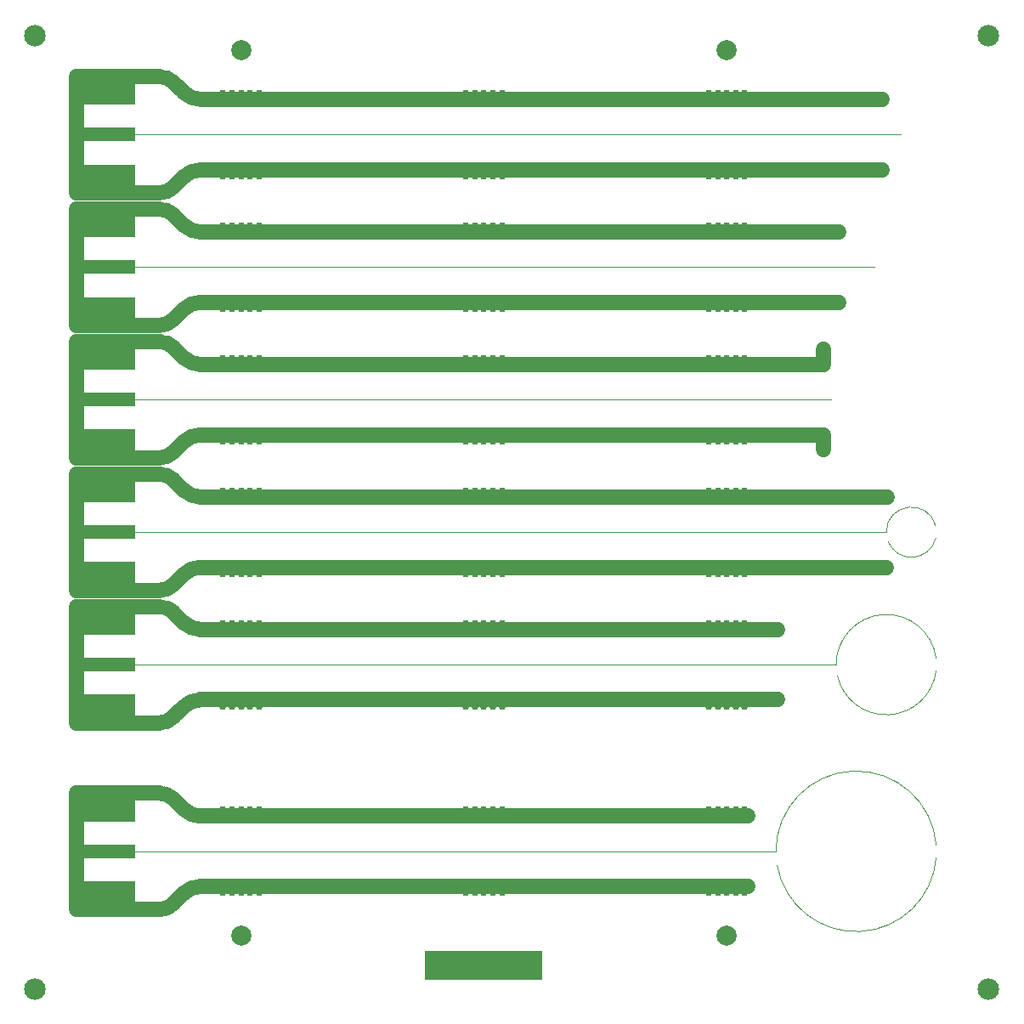
<source format=gts>
%TF.GenerationSoftware,Altium Limited,Altium Designer,24.7.2 (38)*%
G04 Layer_Color=8388736*
%FSLAX45Y45*%
%MOMM*%
%TF.SameCoordinates,9240EED7-9CEB-46DE-ACC5-CDE2BC50BDCE*%
%TF.FilePolarity,Negative*%
%TF.FileFunction,Soldermask,Top*%
%TF.Part,Single*%
G01*
G75*
%TA.AperFunction,NonConductor*%
%ADD19C,0.12443*%
%ADD20C,1.50000*%
%ADD21R,11.80000X2.90000*%
%TA.AperFunction,SMDPad,CuDef*%
%ADD22C,2.00000*%
%TA.AperFunction,ConnectorPad*%
%ADD23R,5.65000X2.65000*%
%ADD24R,5.65000X1.35000*%
%TA.AperFunction,WasherPad*%
%ADD25C,2.15000*%
%ADD26C,0.75000*%
D19*
X9222729Y4859858D02*
G03*
X8730001Y4799999I-242728J-59859D01*
G01*
X9227666Y1681076D02*
G03*
X7630001Y1620004I-797665J-61077D01*
G01*
X8242816Y3367522D02*
G03*
X9226294Y3419229I487185J112476D01*
G01*
X8748204Y4706347D02*
G03*
X9222593Y4739590I231796J93652D01*
G01*
X7642155Y1481080D02*
G03*
X9227760Y1560168I787846J138918D01*
G01*
X9226277Y3540900D02*
G03*
X8230000Y3480000I-496277J-60903D01*
G01*
X1210001Y3479997D02*
X8230001D01*
X1210002Y4799999D02*
X8730001D01*
X1210000Y1619999D02*
X7630001D01*
X1209999Y6119998D02*
X8180000Y6120000D01*
X1210000Y7439999D02*
X8610000Y7440000D01*
X1210001Y8760001D02*
X8870000Y8760000D01*
X1210000Y3479996D02*
X1210000Y3479997D01*
X8230000D01*
D20*
X1484602Y1039998D02*
G03*
X1630383Y1100383I0J206165D01*
G01*
X1898579Y1269999D02*
G03*
X1730292Y1200292I0J-237994D01*
G01*
X1630383Y2139615D02*
G03*
X1484602Y2200000I-145781J-145781D01*
G01*
X1730291Y2039707D02*
G03*
X1898580Y1969999I168289J168289D01*
G01*
X1484603Y4219997D02*
G03*
X1630384Y4280382I0J206165D01*
G01*
X1898580Y4449998D02*
G03*
X1730293Y4380291I0J-237994D01*
G01*
X1630384Y5319614D02*
G03*
X1484603Y5379999I-145781J-145781D01*
G01*
X1730292Y5219706D02*
G03*
X1898581Y5149998I168289J168289D01*
G01*
X1484602Y5539998D02*
G03*
X1630383Y5600383I0J206165D01*
G01*
X1898579Y5769999D02*
G03*
X1730292Y5700292I0J-237994D01*
G01*
X1630383Y6639616D02*
G03*
X1484602Y6700000I-145781J-145781D01*
G01*
X1730291Y6539707D02*
G03*
X1898580Y6469999I168289J168289D01*
G01*
X1484604Y8179998D02*
G03*
X1630385Y8240383I0J206165D01*
G01*
X1898581Y8409999D02*
G03*
X1730294Y8340292I0J-237994D01*
G01*
X1730292Y7859708D02*
G03*
X1898581Y7790000I168289J168289D01*
G01*
X1630383Y7959617D02*
G03*
X1484602Y8020001I-145781J-145781D01*
G01*
X1630385Y9279617D02*
G03*
X1484604Y9340001I-145781J-145781D01*
G01*
X1725609Y9184393D02*
G03*
X1905209Y9110001I179600J179600D01*
G01*
X1898580Y7090000D02*
G03*
X1730292Y7020293I0J-237994D01*
G01*
X1484602Y6859999D02*
G03*
X1630383Y6920384I0J206165D01*
G01*
X1730291Y3899705D02*
G03*
X1898580Y3829998I168289J168289D01*
G01*
X1630383Y3999614D02*
G03*
X1484602Y4059998I-145781J-145781D01*
G01*
X1898579Y3129998D02*
G03*
X1730292Y3060291I0J-237994D01*
G01*
X1484602Y2899997D02*
G03*
X1630383Y2960381I0J206165D01*
G01*
X8105000Y5619998D02*
Y5769998D01*
X8105000Y6469999D02*
Y6620000D01*
X1898580Y6469999D02*
X8105000D01*
X660000Y1039999D02*
Y2200000D01*
X1630383Y1100383D02*
X1730292Y1200292D01*
X1898579Y1269998D02*
X7350000Y1269999D01*
X660000Y1039999D02*
X1484602Y1039998D01*
X660000Y2199999D02*
X1484602Y2200000D01*
X1630383Y2139615D02*
X1730291Y2039707D01*
X1898580Y1969999D02*
X7350000D01*
X660001Y4219998D02*
Y5379999D01*
X1630384Y4280382D02*
X1730293Y4380291D01*
X1898580Y4449997D02*
X8730000Y4449998D01*
X660001Y4219998D02*
X1484603Y4219997D01*
X660001Y5379998D02*
X1484603Y5379999D01*
X1630384Y5319614D02*
X1730292Y5219706D01*
X1898581Y5149998D02*
X8738547D01*
X660000Y5539999D02*
Y6700000D01*
X1630383Y5600383D02*
X1730292Y5700292D01*
X1898579Y5769999D02*
X8105000Y5769999D01*
X660000Y5539999D02*
X1484602Y5539998D01*
X660000Y6699999D02*
X1484602Y6700000D01*
X1630383Y6639616D02*
X1730291Y6539707D01*
X660002Y8179999D02*
X1484604Y8179998D01*
X1630385Y8240383D02*
X1730294Y8340292D01*
X1898581Y7790000D02*
X8260000D01*
X1630383Y7959617D02*
X1730292Y7859708D01*
X660001Y8020000D02*
X1484602Y8020001D01*
X1898581Y8409999D02*
X8690000D01*
X660002Y8179999D02*
Y9340000D01*
X1630385Y9279617D02*
X1725609Y9184393D01*
X1905209Y9110001D02*
X2060001Y9110000D01*
X8690000D01*
X660001Y6860000D02*
X1484602Y6859999D01*
X660002Y9340000D02*
X1484604Y9340001D01*
X1898580Y7090000D02*
X8260000Y7090000D01*
X1630383Y6920384D02*
X1730292Y7020293D01*
X660001Y6860000D02*
Y8020001D01*
X1630383Y2960381D02*
X1730292Y3060291D01*
X1630383Y3999614D02*
X1730291Y3899705D01*
X660000Y2899998D02*
Y4059999D01*
X1898579Y3129997D02*
X7650175Y3129998D01*
X1898580Y3829998D02*
X7650175D01*
X660000Y4059998D02*
X1484602Y4059998D01*
X660000Y2899998D02*
X1484602Y2899997D01*
D21*
X4720000Y485000D02*
D03*
D22*
X2299999Y779999D02*
D03*
X7140000Y779998D02*
D03*
Y9599999D02*
D03*
X2300000Y9600000D02*
D03*
D23*
X965000Y3054998D02*
D03*
Y3904998D02*
D03*
X965001Y4374999D02*
D03*
Y5224999D02*
D03*
X965000Y2045000D02*
D03*
Y1195000D02*
D03*
Y4375000D02*
D03*
Y5225000D02*
D03*
X965000Y8335000D02*
D03*
Y9185000D02*
D03*
X965000Y7015000D02*
D03*
Y7865000D02*
D03*
Y6545000D02*
D03*
Y5695000D02*
D03*
Y3905000D02*
D03*
Y3055000D02*
D03*
D24*
X965000Y3479998D02*
D03*
X965001Y4799999D02*
D03*
X965000Y1620000D02*
D03*
Y4800000D02*
D03*
X965000Y8760000D02*
D03*
X965000Y7440000D02*
D03*
Y6120000D02*
D03*
Y3480000D02*
D03*
D25*
X250000Y250000D02*
D03*
X9750000D02*
D03*
Y9750000D02*
D03*
X250000D02*
D03*
D26*
X7230000Y9169999D02*
D03*
X7050000D02*
D03*
X7140000D02*
D03*
X6960000D02*
D03*
X7320000D02*
D03*
X7230000Y7849999D02*
D03*
X7050000D02*
D03*
X7140000D02*
D03*
X6960000D02*
D03*
X7320000D02*
D03*
X7230000Y8349999D02*
D03*
X7050000D02*
D03*
X7140000D02*
D03*
X6960000D02*
D03*
X7320000D02*
D03*
Y7029999D02*
D03*
X6960000D02*
D03*
X7140000D02*
D03*
X7050000D02*
D03*
X7230000D02*
D03*
X7320000Y6529999D02*
D03*
X6960000D02*
D03*
X7140000D02*
D03*
X7050000D02*
D03*
X7230000D02*
D03*
X2390000Y6530000D02*
D03*
X2210000D02*
D03*
X2300000D02*
D03*
X2120000D02*
D03*
X2480000D02*
D03*
X4810000D02*
D03*
X4630000D02*
D03*
X4720000D02*
D03*
X4540000D02*
D03*
X4900000D02*
D03*
X7229999Y5209998D02*
D03*
X7049999D02*
D03*
X7139999D02*
D03*
X6959999D02*
D03*
X7319999D02*
D03*
X7229999Y5709998D02*
D03*
X7049999D02*
D03*
X7139999D02*
D03*
X6959999D02*
D03*
X7319999D02*
D03*
X7320000Y4389997D02*
D03*
X6960000D02*
D03*
X7140000D02*
D03*
X7050000D02*
D03*
X7230000D02*
D03*
X7320000Y3889997D02*
D03*
X6960000D02*
D03*
X7140000D02*
D03*
X7050000D02*
D03*
X7230000D02*
D03*
X7320000Y3069995D02*
D03*
X6959999D02*
D03*
X7139999D02*
D03*
X7049999D02*
D03*
X7230000D02*
D03*
X4719999Y1209999D02*
D03*
X7230000Y2029999D02*
D03*
X7050000D02*
D03*
X7140000D02*
D03*
X6960000D02*
D03*
X7320000D02*
D03*
X7230000Y1209998D02*
D03*
X7050000D02*
D03*
X7140000D02*
D03*
X6960000D02*
D03*
X7320000D02*
D03*
X4900000Y2030000D02*
D03*
X4540000D02*
D03*
X4720000D02*
D03*
X4630000D02*
D03*
X4810000D02*
D03*
X2390000D02*
D03*
X2210000D02*
D03*
X2300000D02*
D03*
X2120000D02*
D03*
X2480000D02*
D03*
X2119999Y1209999D02*
D03*
X2389999D02*
D03*
X2209999D02*
D03*
X2299999D02*
D03*
X2479999D02*
D03*
X4899999D02*
D03*
X4539999D02*
D03*
X4629999D02*
D03*
X4809999D02*
D03*
X4809999Y3069997D02*
D03*
X4629999D02*
D03*
X4719999D02*
D03*
X4539999D02*
D03*
X4899999D02*
D03*
X2480000D02*
D03*
X2299999D02*
D03*
X2209999D02*
D03*
X2390000D02*
D03*
X2119999D02*
D03*
X2480000Y3889998D02*
D03*
X2120000D02*
D03*
X2300000D02*
D03*
X2210000D02*
D03*
X2390000D02*
D03*
X4810000D02*
D03*
X4630000D02*
D03*
X4720000D02*
D03*
X4540000D02*
D03*
X4900000D02*
D03*
X4810000Y4389998D02*
D03*
X4630000D02*
D03*
X4720000D02*
D03*
X4540000D02*
D03*
X4900000D02*
D03*
X2480000D02*
D03*
X2300000D02*
D03*
X2210000D02*
D03*
X2390000D02*
D03*
X2120000D02*
D03*
X2119999Y5709999D02*
D03*
X2389999D02*
D03*
X2209999D02*
D03*
X2299999D02*
D03*
X2479999D02*
D03*
X4899999D02*
D03*
X4539999D02*
D03*
X4719999D02*
D03*
X4629999D02*
D03*
X4809999D02*
D03*
X2120000Y7850000D02*
D03*
X2210000D02*
D03*
X2300000D02*
D03*
X2390000D02*
D03*
X2480000D02*
D03*
X4899999Y5209999D02*
D03*
X4539999D02*
D03*
X4719999D02*
D03*
X4629999D02*
D03*
X4809999D02*
D03*
X2389999D02*
D03*
X2209999D02*
D03*
X2299999D02*
D03*
X2119999D02*
D03*
X2479999D02*
D03*
X2390000Y7030000D02*
D03*
X2210000D02*
D03*
X2300000D02*
D03*
X2120000D02*
D03*
X2480000D02*
D03*
X4900000D02*
D03*
X4540000D02*
D03*
X4720000D02*
D03*
X4630000D02*
D03*
X4810000D02*
D03*
X4900000Y9170000D02*
D03*
X4540000D02*
D03*
X4720000D02*
D03*
X4630000D02*
D03*
X4810000D02*
D03*
X2480000D02*
D03*
X2120000D02*
D03*
X2300000D02*
D03*
X2210000D02*
D03*
X2390000D02*
D03*
X4900000Y8350000D02*
D03*
X4540000D02*
D03*
X4720000D02*
D03*
X4630000D02*
D03*
X4810000D02*
D03*
Y7850000D02*
D03*
X4630000D02*
D03*
X4720000D02*
D03*
X4540000D02*
D03*
X4900000D02*
D03*
X2390000Y8350000D02*
D03*
X2210000D02*
D03*
X2300000D02*
D03*
X2120000D02*
D03*
X2480000D02*
D03*
%TF.MD5,f11aa07e30a67fdf633b71d3ea49172e*%
M02*

</source>
